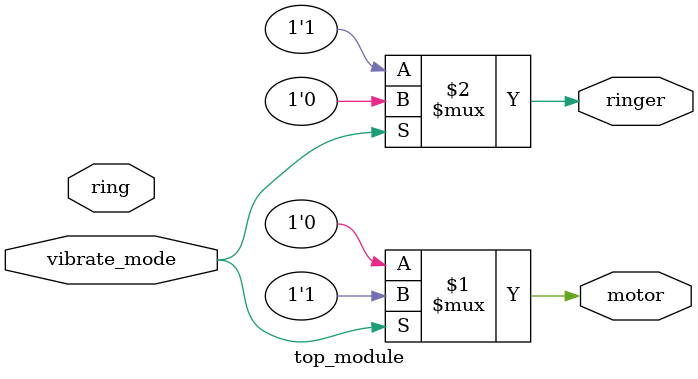
<source format=sv>
module top_module(
	input ring, 
	input vibrate_mode,
	output ringer,
	output motor
);
	// Control logic for the ringer and motor
	// If the phone is in vibrate mode, turn on the motor. Otherwise, turn on the ringer.
	assign motor = vibrate_mode ? 1'b1 : 1'b0;
	assign ringer = vibrate_mode ? 1'b0 : 1'b1;
endmodule

</source>
